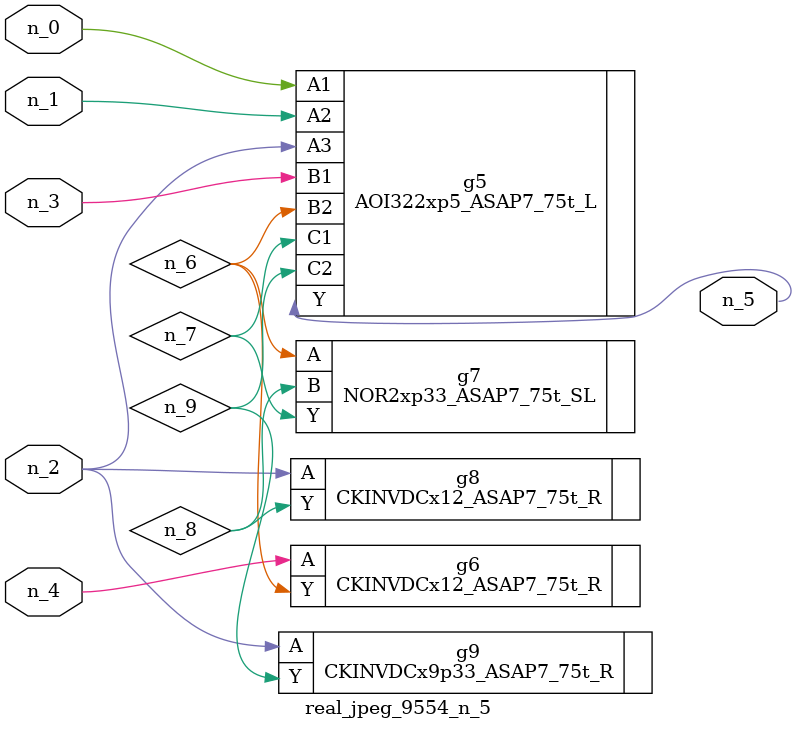
<source format=v>
module real_jpeg_9554_n_5 (n_4, n_0, n_1, n_2, n_3, n_5);

input n_4;
input n_0;
input n_1;
input n_2;
input n_3;

output n_5;

wire n_8;
wire n_6;
wire n_7;
wire n_9;

AOI322xp5_ASAP7_75t_L g5 ( 
.A1(n_0),
.A2(n_1),
.A3(n_2),
.B1(n_3),
.B2(n_6),
.C1(n_7),
.C2(n_9),
.Y(n_5)
);

CKINVDCx12_ASAP7_75t_R g8 ( 
.A(n_2),
.Y(n_8)
);

CKINVDCx9p33_ASAP7_75t_R g9 ( 
.A(n_2),
.Y(n_9)
);

CKINVDCx12_ASAP7_75t_R g6 ( 
.A(n_4),
.Y(n_6)
);

NOR2xp33_ASAP7_75t_SL g7 ( 
.A(n_6),
.B(n_8),
.Y(n_7)
);


endmodule
</source>
